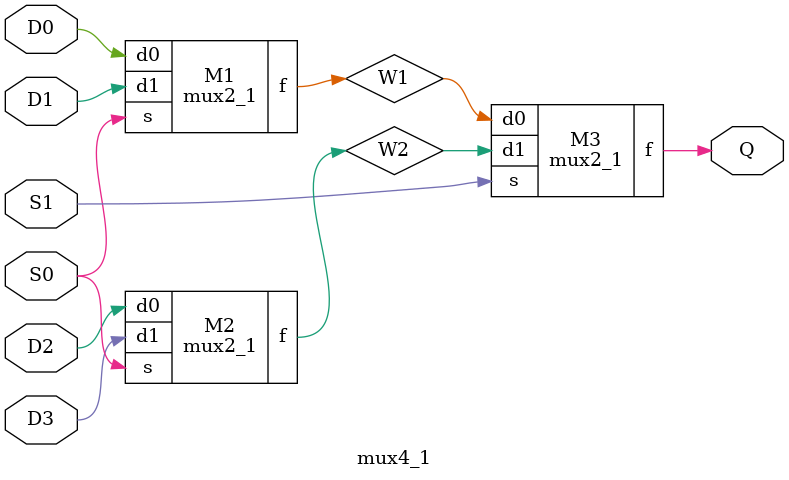
<source format=v>
module mux2_1(f,d0,d1,s);
	input d0, d1, s;
	output f;
	wire w1,w2,w3;
	not not1(w1,s);  //w1 = s'
	and and1(w2,w1,d0);  //w2 = s'.d0
	and and2(w3,s,d1);   //w3 = s.d1
	or or1(f,w2,w3);    //f = s'd0 + sd1
endmodule

module mux4_1(Q, D0, D1, D2, D3, S0, S1);
	input D0, D1, D2, D3, S0, S1;
	output Q;
	wire W1, W2;
	
	mux2_1 M1(W1, D0, D1, S0);  //storing the mux result of D0 and D1 to W1
	mux2_1 M2(W2, D2, D3, S0);  //storing the mux result of D2 and D3 to W2
	mux2_1 M3(Q, W1, W2, S1);   //storing the mux result of W1 and W2 to Q
endmodule

</source>
